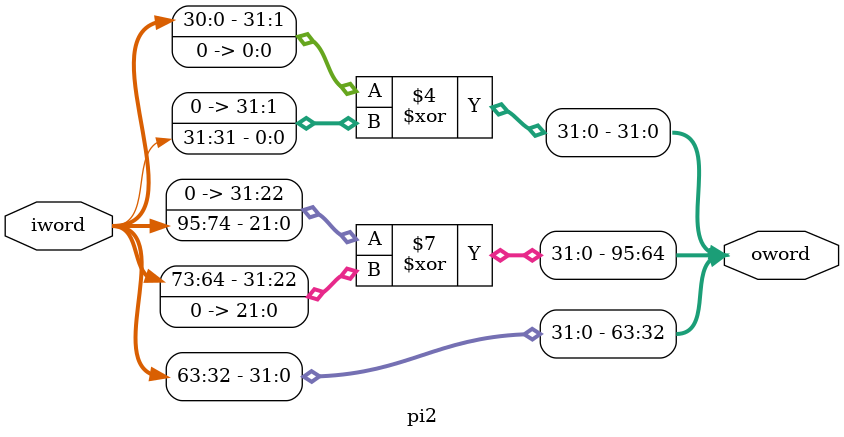
<source format=sv>
module pi2(
  input  logic [95:0] iword,
  output logic [95:0] oword
);

always @(iword) begin
oword[31:0]=(iword[31:0]<<1)^(iword[31:0]>>31);
oword[63:32]=iword[63:32];
oword[95:64]=(iword[95:64]>>10)^(iword[95:64]<<22);
end

endmodule

</source>
